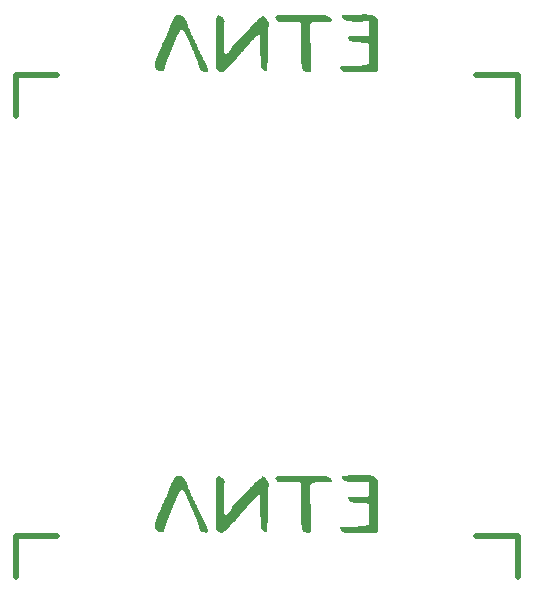
<source format=gbo>
G04*
G04 #@! TF.GenerationSoftware,Altium Limited,Altium Designer,21.3.2 (30)*
G04*
G04 Layer_Color=13875686*
%FSLAX43Y43*%
%MOMM*%
G71*
G04*
G04 #@! TF.SameCoordinates,034B25BC-4B64-4F1D-819B-79BBDF65C54F*
G04*
G04*
G04 #@! TF.FilePolarity,Positive*
G04*
G01*
G75*
%ADD51C,0.500*%
G36*
X38497Y78777D02*
X38556Y78762D01*
X38593Y78748D01*
X38600Y78740D01*
X38608D01*
X38667Y78703D01*
X38719Y78666D01*
X38756Y78637D01*
X38763Y78622D01*
X38771D01*
X38823Y78570D01*
X38860Y78518D01*
X38889Y78481D01*
X38897Y78474D01*
Y78466D01*
X38919Y78407D01*
X38934Y78355D01*
X38941Y78318D01*
Y78311D01*
Y78303D01*
Y78274D01*
X38934Y78251D01*
X38926Y78214D01*
X38911Y78192D01*
Y78177D01*
X38897Y78133D01*
X38889Y78103D01*
X38882Y78096D01*
Y78088D01*
Y75763D01*
X38941Y75511D01*
X38949D01*
X38956Y75504D01*
X38971D01*
X39045Y75518D01*
X39111Y75541D01*
X39156Y75563D01*
X39163Y75578D01*
X39171D01*
X39237Y75644D01*
X39297Y75704D01*
X39334Y75755D01*
X39341Y75763D01*
X39348Y75770D01*
X39408Y75852D01*
X39452Y75926D01*
X39467Y75955D01*
X39482Y75978D01*
X39489Y75992D01*
Y76000D01*
X39526Y76081D01*
X39548Y76148D01*
X39563Y76185D01*
X39571Y76200D01*
X40956Y77585D01*
X40978Y77629D01*
X41008Y77666D01*
X41067Y77755D01*
X41096Y77792D01*
X41126Y77822D01*
X41141Y77837D01*
X41148Y77844D01*
X41259Y77963D01*
X41311Y78014D01*
X41356Y78066D01*
X41400Y78103D01*
X41430Y78133D01*
X41452Y78155D01*
X41459Y78163D01*
X41585Y78274D01*
X41645Y78325D01*
X41696Y78363D01*
X41741Y78400D01*
X41778Y78429D01*
X41800Y78444D01*
X41807Y78451D01*
X41933Y78562D01*
X41993Y78614D01*
X42044Y78666D01*
X42089Y78711D01*
X42119Y78748D01*
X42141Y78770D01*
X42148Y78777D01*
X42222Y78755D01*
X42282Y78718D01*
X42341Y78681D01*
X42385Y78644D01*
X42422Y78607D01*
X42452Y78577D01*
X42467Y78555D01*
X42474Y78548D01*
X42563Y78414D01*
X42607Y78348D01*
X42637Y78281D01*
X42667Y78229D01*
X42689Y78185D01*
X42704Y78155D01*
X42711Y78148D01*
Y78133D01*
X42718Y78126D01*
Y78118D01*
Y78096D01*
Y78088D01*
X42711Y78029D01*
X42704Y77977D01*
X42696Y77940D01*
X42689Y77926D01*
X42659Y77874D01*
X42622Y77822D01*
X42593Y77785D01*
X42585Y77777D01*
Y77770D01*
Y77726D01*
Y77681D01*
Y77577D01*
X42593Y77533D01*
Y77496D01*
Y77466D01*
Y77459D01*
Y77296D01*
Y77214D01*
Y77140D01*
Y77074D01*
Y77022D01*
Y76992D01*
Y76977D01*
Y76422D01*
Y75866D01*
Y75770D01*
Y75681D01*
Y75600D01*
Y75526D01*
Y75467D01*
Y75422D01*
Y75392D01*
Y75385D01*
Y75311D01*
X42585Y75244D01*
Y75192D01*
Y75148D01*
Y75118D01*
Y75096D01*
Y75081D01*
Y75074D01*
Y75052D01*
Y75015D01*
X42578Y74948D01*
Y74918D01*
Y74889D01*
Y74874D01*
Y74867D01*
X42570Y74763D01*
Y74659D01*
X42563Y74622D01*
Y74593D01*
Y74570D01*
Y74563D01*
X42556Y74452D01*
X42548Y74356D01*
Y74318D01*
X42541Y74289D01*
Y74274D01*
Y74267D01*
X42533Y74215D01*
Y74178D01*
X42526Y74111D01*
Y74081D01*
Y74067D01*
X42333D01*
X42022Y74378D01*
Y74385D01*
Y74393D01*
X42015Y74430D01*
Y74459D01*
Y74467D01*
Y74474D01*
X42007Y74555D01*
Y74644D01*
X42000Y74681D01*
Y74711D01*
Y74726D01*
Y74733D01*
X41993Y74859D01*
Y74918D01*
Y74970D01*
Y75022D01*
Y75059D01*
Y75081D01*
Y75089D01*
X41985Y75237D01*
Y75304D01*
Y75363D01*
X41978Y75415D01*
Y75452D01*
Y75481D01*
Y75489D01*
X41970Y75637D01*
Y75704D01*
Y75763D01*
Y75815D01*
Y75852D01*
Y75874D01*
Y75881D01*
X41963Y76007D01*
Y76066D01*
Y76111D01*
X41956Y76148D01*
Y76178D01*
Y76192D01*
Y76200D01*
Y76326D01*
Y76548D01*
Y76770D01*
Y76896D01*
Y76911D01*
Y76926D01*
Y76940D01*
Y76948D01*
X41948Y76985D01*
X41941Y77022D01*
X41933Y77044D01*
Y77052D01*
X41919Y77089D01*
X41911Y77118D01*
X41896Y77140D01*
Y77148D01*
X41874Y77177D01*
X41852Y77192D01*
X41837Y77207D01*
X41830D01*
X41682Y77074D01*
X41541Y76933D01*
X41415Y76807D01*
X41304Y76689D01*
X41208Y76592D01*
X41133Y76511D01*
X41111Y76481D01*
X41089Y76459D01*
X41082Y76452D01*
X41074Y76444D01*
X40941Y76296D01*
X40808Y76155D01*
X40689Y76022D01*
X40585Y75896D01*
X40489Y75792D01*
X40422Y75711D01*
X40400Y75681D01*
X40378Y75659D01*
X40371Y75652D01*
X40363Y75644D01*
X40230Y75496D01*
X40104Y75348D01*
X39978Y75215D01*
X39874Y75096D01*
X39785Y74992D01*
X39711Y74911D01*
X39689Y74881D01*
X39667Y74859D01*
X39660Y74852D01*
X39652Y74844D01*
X39511Y74696D01*
X39378Y74555D01*
X39252Y74422D01*
X39134Y74304D01*
X39030Y74207D01*
X38949Y74133D01*
X38919Y74104D01*
X38897Y74081D01*
X38889Y74074D01*
X38882Y74067D01*
X38837Y74037D01*
X38808Y74015D01*
X38786Y74007D01*
X38652D01*
X38563Y74015D01*
X38489Y74044D01*
X38445Y74067D01*
X38437Y74074D01*
X38430D01*
X38371Y74133D01*
X38326Y74193D01*
X38297Y74237D01*
X38289Y74244D01*
Y74252D01*
X38252Y74333D01*
X38223Y74415D01*
X38215Y74444D01*
Y74467D01*
X38208Y74481D01*
Y74489D01*
X38193Y74578D01*
X38186Y74652D01*
Y74681D01*
Y74704D01*
Y74711D01*
Y74718D01*
Y74755D01*
Y74815D01*
Y74889D01*
Y75037D01*
X38193Y75096D01*
Y75148D01*
Y75185D01*
Y75200D01*
Y75437D01*
X38200Y75548D01*
Y75652D01*
Y75748D01*
X38208Y75815D01*
Y75844D01*
Y75866D01*
Y75874D01*
Y75881D01*
X38215Y76163D01*
Y76296D01*
Y76422D01*
X38223Y76526D01*
Y76600D01*
Y76637D01*
Y76659D01*
Y76666D01*
Y76674D01*
Y76829D01*
X38230Y76977D01*
Y77111D01*
Y77229D01*
X38237Y77326D01*
Y77400D01*
Y77429D01*
Y77451D01*
Y77459D01*
Y77466D01*
Y77607D01*
X38245Y77733D01*
Y77844D01*
Y77948D01*
X38252Y78029D01*
Y78088D01*
Y78126D01*
Y78140D01*
Y78244D01*
Y78340D01*
Y78414D01*
Y78481D01*
Y78533D01*
Y78562D01*
Y78585D01*
Y78592D01*
X38275Y78637D01*
X38297Y78681D01*
X38312Y78711D01*
X38319Y78718D01*
X38356Y78755D01*
X38393Y78777D01*
X38423Y78785D01*
X38437D01*
X38497Y78777D01*
D02*
G37*
G36*
X50925Y78874D02*
X50992D01*
X51051Y78866D01*
X51095D01*
X51132Y78859D01*
X51140D01*
X51303Y78837D01*
X51377Y78814D01*
X51444Y78799D01*
X51495Y78785D01*
X51532Y78770D01*
X51562Y78762D01*
X51569Y78755D01*
X51636Y78718D01*
X51703Y78674D01*
X51755Y78629D01*
X51799Y78585D01*
X51836Y78540D01*
X51866Y78503D01*
X51881Y78481D01*
X51888Y78474D01*
Y78422D01*
Y78363D01*
Y78244D01*
X51895Y78185D01*
Y78140D01*
Y78111D01*
Y78096D01*
Y78000D01*
X51903Y77896D01*
Y77800D01*
Y77711D01*
X51910Y77629D01*
Y77570D01*
Y77526D01*
Y77518D01*
Y77511D01*
X51918Y77266D01*
Y77148D01*
Y77044D01*
X51925Y76955D01*
Y76881D01*
Y76837D01*
Y76829D01*
Y76822D01*
Y76689D01*
X51932Y76563D01*
Y76452D01*
Y76348D01*
X51940Y76259D01*
Y76200D01*
Y76155D01*
Y76148D01*
Y76141D01*
Y76022D01*
Y75911D01*
Y75815D01*
Y75726D01*
X51947Y75652D01*
Y75600D01*
Y75570D01*
Y75555D01*
Y75467D01*
Y75385D01*
Y75318D01*
Y75267D01*
Y75222D01*
Y75192D01*
Y75178D01*
Y75170D01*
Y74667D01*
Y74600D01*
Y74541D01*
X51955Y74504D01*
Y74496D01*
Y74489D01*
Y74437D01*
Y74393D01*
Y74363D01*
Y74348D01*
Y74304D01*
X51947Y74259D01*
X51940Y74230D01*
Y74215D01*
X51925Y74163D01*
X51910Y74119D01*
X51895Y74089D01*
X51888Y74074D01*
X51873Y74044D01*
X51858Y74037D01*
Y74030D01*
X51836Y74015D01*
X51829Y74007D01*
X49118D01*
X49081Y74015D01*
X49036Y74030D01*
X49007Y74037D01*
X48999Y74044D01*
X48947Y74081D01*
X48910Y74111D01*
X48881Y74141D01*
X48873Y74148D01*
X48836Y74193D01*
X48799Y74237D01*
X48785Y74267D01*
X48777Y74274D01*
X48748Y74318D01*
X48740Y74356D01*
X48733Y74385D01*
Y74393D01*
Y74415D01*
X48740Y74430D01*
X48748Y74444D01*
Y74459D01*
X48792Y74467D01*
X48844D01*
X48947Y74474D01*
X48999Y74481D01*
X49073D01*
X49244Y74489D01*
X49562D01*
X49762Y74496D01*
X49859D01*
X49947Y74504D01*
X50021D01*
X50073Y74511D01*
X50125D01*
X50229Y74518D01*
X50333Y74526D01*
X50421Y74541D01*
X50495Y74548D01*
X50562Y74555D01*
X50607D01*
X50644Y74563D01*
X50651D01*
X50732Y74578D01*
X50814Y74585D01*
X50881Y74600D01*
X50932Y74615D01*
X50984Y74630D01*
X51014Y74637D01*
X51036Y74644D01*
X51044D01*
X51095Y74667D01*
X51132Y74689D01*
X51155Y74718D01*
X51169Y74741D01*
X51192Y74770D01*
Y74785D01*
Y76274D01*
X51184Y76318D01*
X51169Y76348D01*
X51125Y76400D01*
X51088Y76429D01*
X51073Y76437D01*
X51066D01*
X50955Y76466D01*
X50851Y76481D01*
X50807D01*
X50770Y76489D01*
X50740D01*
X50592Y76496D01*
X50518Y76503D01*
X50310D01*
X50221Y76511D01*
X50140D01*
X50073Y76518D01*
X50007Y76526D01*
X49955Y76533D01*
X49918D01*
X49888Y76540D01*
X49881D01*
X49747Y76578D01*
X49696Y76592D01*
X49644Y76615D01*
X49607Y76629D01*
X49577Y76644D01*
X49562Y76659D01*
X49555D01*
X49510Y76696D01*
X49481Y76740D01*
X49451Y76785D01*
X49436Y76829D01*
X49429Y76866D01*
X49422Y76896D01*
Y76918D01*
Y76926D01*
X49429Y76977D01*
X49444Y77007D01*
X49466Y77022D01*
X49473Y77029D01*
X49518Y77044D01*
X49570Y77052D01*
X51066D01*
X51073Y77059D01*
X51081Y77066D01*
X51088Y77074D01*
X51095D01*
X51125Y77111D01*
X51132Y77118D01*
X51140Y77140D01*
X51155Y77163D01*
X51162Y77177D01*
X51169Y77185D01*
X51184Y77214D01*
X51192Y77229D01*
Y77244D01*
Y78288D01*
X50125Y78251D01*
X49910D01*
X49866Y78259D01*
X49821D01*
X49755Y78274D01*
X49688Y78281D01*
X49636Y78288D01*
X49621D01*
X49540Y78303D01*
X49473Y78311D01*
X49444D01*
X49422Y78318D01*
X49407D01*
X49333Y78333D01*
X49281Y78340D01*
X49251Y78348D01*
X49244D01*
X49207Y78363D01*
X49162Y78377D01*
X49133Y78392D01*
X49125Y78400D01*
X49073Y78429D01*
X49029Y78459D01*
X48999Y78481D01*
X48992Y78488D01*
X48955Y78533D01*
X48918Y78570D01*
X48903Y78600D01*
X48896Y78607D01*
X48873Y78659D01*
X48866Y78696D01*
X48859Y78725D01*
Y78740D01*
Y78762D01*
X48866Y78777D01*
Y78792D01*
Y78799D01*
X48947Y78807D01*
X49029Y78814D01*
X49096Y78822D01*
X49155D01*
X49207Y78829D01*
X49273D01*
X49399Y78837D01*
X49459Y78844D01*
X49503D01*
X49547Y78851D01*
X49607D01*
X49718Y78859D01*
X49910D01*
X50029Y78866D01*
X50466D01*
X50533Y78874D01*
X50673D01*
X50844Y78881D01*
X50925Y78874D01*
D02*
G37*
G36*
X35082Y78829D02*
X35164Y78822D01*
X35230Y78807D01*
X35290Y78785D01*
X35334Y78762D01*
X35364Y78748D01*
X35386Y78740D01*
X35393Y78733D01*
X35490Y78651D01*
X35564Y78562D01*
X35586Y78525D01*
X35608Y78503D01*
X35616Y78481D01*
X35623Y78474D01*
X35682Y78363D01*
X35727Y78251D01*
X35741Y78207D01*
X35756Y78170D01*
X35764Y78148D01*
Y78140D01*
X35801Y78007D01*
X35823Y77948D01*
X35845Y77896D01*
X35860Y77851D01*
X35867Y77814D01*
X35882Y77792D01*
Y77785D01*
X35978Y77540D01*
X36023Y77429D01*
X36067Y77333D01*
X36104Y77244D01*
X36134Y77177D01*
X36156Y77133D01*
X36164Y77126D01*
Y77118D01*
X36223Y76992D01*
X36282Y76874D01*
X36341Y76755D01*
X36393Y76659D01*
X36438Y76570D01*
X36467Y76503D01*
X36490Y76459D01*
X36497Y76452D01*
Y76444D01*
X36564Y76318D01*
X36623Y76200D01*
X36675Y76081D01*
X36727Y75985D01*
X36771Y75896D01*
X36801Y75829D01*
X36823Y75785D01*
X36830Y75778D01*
Y75770D01*
X36889Y75644D01*
X36949Y75526D01*
X37001Y75407D01*
X37045Y75311D01*
X37082Y75222D01*
X37112Y75163D01*
X37126Y75118D01*
X37134Y75111D01*
Y75104D01*
X37171Y75030D01*
X37208Y74963D01*
X37223Y74933D01*
X37230Y74918D01*
X37245Y74904D01*
Y74896D01*
X37289Y74815D01*
X37334Y74733D01*
X37349Y74704D01*
X37363Y74681D01*
X37371Y74667D01*
Y74659D01*
X37415Y74570D01*
X37445Y74496D01*
X37460Y74459D01*
X37467Y74437D01*
X37475Y74422D01*
Y74415D01*
X37497Y74326D01*
X37512Y74259D01*
X37519Y74230D01*
Y74207D01*
Y74193D01*
Y74185D01*
Y74133D01*
X37512Y74096D01*
X37504Y74067D01*
Y74059D01*
X37497Y74044D01*
X37482Y74030D01*
X37438Y74015D01*
X37401Y74007D01*
X37386D01*
X37304Y74015D01*
X37238Y74022D01*
X37178Y74037D01*
X37126Y74052D01*
X37089Y74067D01*
X37060Y74074D01*
X37045Y74089D01*
X37038D01*
X36956Y74156D01*
X36897Y74230D01*
X36875Y74259D01*
X36860Y74281D01*
X36845Y74296D01*
Y74304D01*
X36801Y74407D01*
X36771Y74504D01*
X36756Y74541D01*
X36749Y74570D01*
X36741Y74593D01*
Y74600D01*
X36712Y74718D01*
X36697Y74778D01*
X36689Y74822D01*
X36675Y74867D01*
X36667Y74896D01*
X36660Y74918D01*
Y74926D01*
X36638Y74985D01*
X36615Y75037D01*
X36608Y75067D01*
X36601Y75081D01*
X36578Y75141D01*
X36556Y75192D01*
X36549Y75222D01*
X36541Y75237D01*
X36512Y75296D01*
X36475Y75370D01*
X36401Y75518D01*
X36371Y75585D01*
X36341Y75644D01*
X36327Y75681D01*
X36319Y75696D01*
X36267Y75822D01*
X36238Y75874D01*
X36215Y75926D01*
X36201Y75970D01*
X36186Y76007D01*
X36171Y76029D01*
Y76037D01*
X36112Y76178D01*
X36082Y76244D01*
X36053Y76303D01*
X36030Y76363D01*
X36015Y76400D01*
X36008Y76429D01*
X36001Y76437D01*
X35504Y77496D01*
X35312Y77674D01*
X35282Y77644D01*
X35253Y77607D01*
X35230Y77585D01*
X35223Y77570D01*
X35179Y77518D01*
X35141Y77459D01*
X35112Y77414D01*
X35104Y77407D01*
Y77400D01*
X35060Y77326D01*
X35023Y77252D01*
X35008Y77222D01*
X34993Y77200D01*
X34986Y77185D01*
Y77177D01*
X34942Y77089D01*
X34904Y77015D01*
X34890Y76985D01*
X34875Y76963D01*
X34867Y76948D01*
Y76940D01*
X34816Y76822D01*
X34793Y76770D01*
X34771Y76718D01*
X34756Y76681D01*
X34742Y76652D01*
X34734Y76629D01*
Y76622D01*
X34690Y76503D01*
X34645Y76407D01*
X34630Y76363D01*
X34616Y76333D01*
X34601Y76311D01*
Y76303D01*
X34579Y76237D01*
X34549Y76163D01*
X34534Y76133D01*
X34527Y76103D01*
X34519Y76089D01*
Y76081D01*
X34475Y75970D01*
X34423Y75859D01*
X34408Y75815D01*
X34393Y75778D01*
X34379Y75748D01*
Y75741D01*
X34349Y75666D01*
X34327Y75607D01*
X34297Y75548D01*
X34282Y75496D01*
X34268Y75459D01*
X34253Y75429D01*
X34245Y75415D01*
Y75407D01*
X34208Y75318D01*
X34179Y75252D01*
X34164Y75215D01*
X34156Y75200D01*
X34134Y75148D01*
X34112Y75104D01*
X34105Y75067D01*
X34097Y75059D01*
Y75052D01*
X34075Y74992D01*
X34053Y74941D01*
X34045Y74904D01*
X34038Y74896D01*
Y74889D01*
X34016Y74822D01*
X34001Y74770D01*
X33986Y74733D01*
Y74726D01*
Y74718D01*
X33964Y74659D01*
X33949Y74607D01*
X33934Y74570D01*
Y74563D01*
Y74555D01*
X33897Y74444D01*
X33882Y74393D01*
X33868Y74348D01*
X33853Y74311D01*
X33845Y74281D01*
X33838Y74267D01*
Y74259D01*
X33801Y74170D01*
X33771Y74111D01*
X33749Y74081D01*
X33742Y74067D01*
X33690D01*
X33668Y74059D01*
X33556D01*
X33468Y74067D01*
X33394Y74081D01*
X33327Y74096D01*
X33275Y74126D01*
X33231Y74148D01*
X33201Y74163D01*
X33186Y74178D01*
X33179Y74185D01*
X33134Y74237D01*
X33105Y74296D01*
X33075Y74356D01*
X33060Y74415D01*
X33053Y74467D01*
X33045Y74511D01*
Y74541D01*
Y74548D01*
Y74585D01*
X33053Y74630D01*
X33068Y74726D01*
X33075Y74770D01*
X33082Y74807D01*
X33090Y74830D01*
Y74837D01*
X33119Y74985D01*
X33142Y75052D01*
X33157Y75118D01*
X33171Y75170D01*
X33179Y75207D01*
X33194Y75237D01*
Y75244D01*
X33238Y75392D01*
X33260Y75459D01*
X33282Y75518D01*
X33305Y75563D01*
X33319Y75600D01*
X33327Y75622D01*
X33334Y75629D01*
X33364Y75689D01*
X33386Y75733D01*
X33416Y75770D01*
X33438Y75792D01*
X33460Y75815D01*
X33475Y75822D01*
X33482Y75829D01*
X33490D01*
X33497Y75866D01*
X33512Y75904D01*
X33519Y75933D01*
X33527Y75948D01*
X33542Y76015D01*
X33564Y76074D01*
X33571Y76118D01*
X33579Y76126D01*
Y76133D01*
X33601Y76207D01*
X33616Y76266D01*
X33631Y76303D01*
X33638Y76318D01*
X33660Y76378D01*
X33668Y76415D01*
X33682Y76437D01*
Y76444D01*
X33697Y76466D01*
X33712Y76503D01*
X33734Y76533D01*
X33742Y76548D01*
X33779Y76622D01*
X33808Y76681D01*
X33838Y76733D01*
X33845Y76740D01*
Y76748D01*
X33882Y76822D01*
X33912Y76881D01*
X33934Y76918D01*
X33942Y76933D01*
X33971Y76992D01*
X33986Y77029D01*
X33993Y77044D01*
Y77052D01*
X34031Y77133D01*
X34075Y77222D01*
X34090Y77259D01*
X34097Y77289D01*
X34112Y77311D01*
Y77318D01*
X34156Y77451D01*
X34179Y77511D01*
X34201Y77570D01*
X34216Y77622D01*
X34230Y77659D01*
X34245Y77681D01*
Y77689D01*
X34305Y77837D01*
X34327Y77903D01*
X34356Y77970D01*
X34379Y78022D01*
X34393Y78059D01*
X34401Y78088D01*
X34408Y78096D01*
X34475Y78244D01*
X34505Y78303D01*
X34534Y78363D01*
X34556Y78407D01*
X34579Y78437D01*
X34586Y78459D01*
X34593Y78466D01*
X34660Y78577D01*
X34690Y78622D01*
X34719Y78659D01*
X34749Y78688D01*
X34771Y78718D01*
X34779Y78725D01*
X34786Y78733D01*
X34823Y78770D01*
X34860Y78792D01*
X34927Y78822D01*
X34979Y78837D01*
X34993D01*
X35082Y78829D01*
D02*
G37*
G36*
X47399Y78807D02*
X47437Y78799D01*
X47459D01*
X47474Y78792D01*
X47481D01*
X47577Y78770D01*
X47659Y78748D01*
X47688Y78733D01*
X47711Y78725D01*
X47725Y78718D01*
X47733D01*
X47814Y78674D01*
X47881Y78629D01*
X47925Y78592D01*
X47933Y78585D01*
X47940Y78577D01*
X47970Y78548D01*
X47985Y78511D01*
X48014Y78444D01*
Y78414D01*
X48022Y78392D01*
Y78377D01*
Y78370D01*
Y78348D01*
Y78340D01*
Y78333D01*
X48014Y78311D01*
Y78303D01*
X47977Y78296D01*
X47962Y78288D01*
X47955D01*
X47918Y78281D01*
X47888Y78274D01*
X47866Y78266D01*
X47859D01*
X47822Y78259D01*
X47792D01*
X47770Y78251D01*
X47762D01*
X47733Y78244D01*
X46570D01*
X46511Y78237D01*
X46459Y78229D01*
X46414Y78222D01*
X46377Y78214D01*
X46355Y78200D01*
X46333Y78192D01*
X46318Y78185D01*
X46266Y78140D01*
X46229Y78096D01*
X46214Y78059D01*
X46207Y78051D01*
Y78044D01*
X46192Y77977D01*
X46185Y77911D01*
Y77888D01*
Y77866D01*
Y77851D01*
Y77844D01*
X46192Y77755D01*
Y77666D01*
Y77629D01*
Y77600D01*
Y77585D01*
Y77577D01*
Y77296D01*
X46200Y77022D01*
X46207Y76763D01*
Y76644D01*
Y76533D01*
X46214Y76429D01*
Y76340D01*
X46222Y76259D01*
Y76192D01*
X46229Y76133D01*
Y76096D01*
Y76066D01*
Y76059D01*
X46237Y75778D01*
X46244Y75511D01*
X46251Y75252D01*
Y75133D01*
Y75022D01*
X46259Y74918D01*
Y74830D01*
Y74748D01*
Y74681D01*
Y74622D01*
Y74585D01*
Y74555D01*
Y74548D01*
Y74133D01*
X46244Y74096D01*
X46222Y74074D01*
X46185Y74037D01*
X46155Y74022D01*
X46140Y74015D01*
X46074Y74007D01*
X46022Y74000D01*
X45903D01*
X45844Y74015D01*
X45800Y74022D01*
X45755Y74037D01*
X45726Y74052D01*
X45703Y74059D01*
X45689Y74074D01*
X45681D01*
X45614Y74133D01*
X45563Y74200D01*
X45548Y74230D01*
X45533Y74252D01*
X45526Y74267D01*
Y74274D01*
X45496Y74370D01*
X45474Y74459D01*
X45466Y74496D01*
X45459Y74526D01*
Y74541D01*
Y74548D01*
X45452Y74659D01*
X45444Y74748D01*
X45437Y74785D01*
Y74815D01*
Y74830D01*
Y74837D01*
X45377Y76570D01*
Y76607D01*
Y76652D01*
Y76681D01*
Y76696D01*
Y76763D01*
Y76829D01*
Y76874D01*
Y76881D01*
Y76889D01*
X45370Y76970D01*
Y77052D01*
Y77081D01*
Y77103D01*
Y77118D01*
Y77126D01*
Y77222D01*
Y77296D01*
Y77333D01*
Y77355D01*
Y77370D01*
Y77377D01*
Y77474D01*
Y77563D01*
Y77644D01*
Y77718D01*
X45377Y77777D01*
Y77822D01*
Y77851D01*
Y77859D01*
Y77940D01*
Y78007D01*
Y78059D01*
Y78103D01*
Y78140D01*
Y78163D01*
Y78170D01*
Y78177D01*
X45311Y78274D01*
X43489D01*
X43481Y78281D01*
X43467Y78288D01*
X43459Y78296D01*
X43452Y78303D01*
X43400Y78355D01*
X43385Y78377D01*
X43378Y78385D01*
X43348Y78422D01*
X43318Y78451D01*
X43304Y78474D01*
X43296Y78481D01*
X43274Y78518D01*
X43259Y78540D01*
X43244Y78555D01*
Y78562D01*
Y78577D01*
Y78592D01*
X43237Y78622D01*
Y78629D01*
X43244Y78659D01*
X43252Y78681D01*
X43267Y78696D01*
X43274Y78703D01*
X43333Y78748D01*
X43355Y78755D01*
X43363Y78762D01*
X43400Y78785D01*
X43437Y78792D01*
X43467Y78799D01*
X43474D01*
X43511Y78807D01*
X43533Y78814D01*
X47333D01*
X47399Y78807D01*
D02*
G37*
G36*
X38497Y39777D02*
X38556Y39762D01*
X38593Y39748D01*
X38600Y39740D01*
X38608D01*
X38667Y39703D01*
X38719Y39666D01*
X38756Y39637D01*
X38763Y39622D01*
X38771D01*
X38823Y39570D01*
X38860Y39518D01*
X38889Y39481D01*
X38897Y39474D01*
Y39466D01*
X38919Y39407D01*
X38934Y39355D01*
X38941Y39318D01*
Y39311D01*
Y39303D01*
Y39274D01*
X38934Y39251D01*
X38926Y39214D01*
X38911Y39192D01*
Y39177D01*
X38897Y39133D01*
X38889Y39103D01*
X38882Y39096D01*
Y39088D01*
Y36763D01*
X38941Y36511D01*
X38949D01*
X38956Y36504D01*
X38971D01*
X39045Y36518D01*
X39111Y36541D01*
X39156Y36563D01*
X39163Y36578D01*
X39171D01*
X39237Y36644D01*
X39297Y36704D01*
X39334Y36755D01*
X39341Y36763D01*
X39348Y36770D01*
X39408Y36852D01*
X39452Y36926D01*
X39467Y36955D01*
X39482Y36978D01*
X39489Y36992D01*
Y37000D01*
X39526Y37081D01*
X39548Y37148D01*
X39563Y37185D01*
X39571Y37200D01*
X40956Y38585D01*
X40978Y38629D01*
X41008Y38666D01*
X41067Y38755D01*
X41096Y38792D01*
X41126Y38822D01*
X41141Y38837D01*
X41148Y38844D01*
X41259Y38963D01*
X41311Y39014D01*
X41356Y39066D01*
X41400Y39103D01*
X41430Y39133D01*
X41452Y39155D01*
X41459Y39163D01*
X41585Y39274D01*
X41645Y39325D01*
X41696Y39363D01*
X41741Y39400D01*
X41778Y39429D01*
X41800Y39444D01*
X41807Y39451D01*
X41933Y39562D01*
X41993Y39614D01*
X42044Y39666D01*
X42089Y39711D01*
X42119Y39748D01*
X42141Y39770D01*
X42148Y39777D01*
X42222Y39755D01*
X42282Y39718D01*
X42341Y39681D01*
X42385Y39644D01*
X42422Y39607D01*
X42452Y39577D01*
X42467Y39555D01*
X42474Y39548D01*
X42563Y39414D01*
X42607Y39348D01*
X42637Y39281D01*
X42667Y39229D01*
X42689Y39185D01*
X42704Y39155D01*
X42711Y39148D01*
Y39133D01*
X42718Y39125D01*
Y39118D01*
Y39096D01*
Y39088D01*
X42711Y39029D01*
X42704Y38977D01*
X42696Y38940D01*
X42689Y38926D01*
X42659Y38874D01*
X42622Y38822D01*
X42593Y38785D01*
X42585Y38777D01*
Y38770D01*
Y38726D01*
Y38681D01*
Y38577D01*
X42593Y38533D01*
Y38496D01*
Y38466D01*
Y38459D01*
Y38296D01*
Y38214D01*
Y38140D01*
Y38074D01*
Y38022D01*
Y37992D01*
Y37977D01*
Y37422D01*
Y36866D01*
Y36770D01*
Y36681D01*
Y36600D01*
Y36526D01*
Y36467D01*
Y36422D01*
Y36392D01*
Y36385D01*
Y36311D01*
X42585Y36244D01*
Y36192D01*
Y36148D01*
Y36118D01*
Y36096D01*
Y36081D01*
Y36074D01*
Y36052D01*
Y36015D01*
X42578Y35948D01*
Y35918D01*
Y35889D01*
Y35874D01*
Y35867D01*
X42570Y35763D01*
Y35659D01*
X42563Y35622D01*
Y35593D01*
Y35570D01*
Y35563D01*
X42556Y35452D01*
X42548Y35356D01*
Y35318D01*
X42541Y35289D01*
Y35274D01*
Y35267D01*
X42533Y35215D01*
Y35178D01*
X42526Y35111D01*
Y35081D01*
Y35067D01*
X42333D01*
X42022Y35378D01*
Y35385D01*
Y35393D01*
X42015Y35430D01*
Y35459D01*
Y35467D01*
Y35474D01*
X42007Y35556D01*
Y35644D01*
X42000Y35681D01*
Y35711D01*
Y35726D01*
Y35733D01*
X41993Y35859D01*
Y35918D01*
Y35970D01*
Y36022D01*
Y36059D01*
Y36081D01*
Y36089D01*
X41985Y36237D01*
Y36304D01*
Y36363D01*
X41978Y36415D01*
Y36452D01*
Y36481D01*
Y36489D01*
X41970Y36637D01*
Y36704D01*
Y36763D01*
Y36815D01*
Y36852D01*
Y36874D01*
Y36881D01*
X41963Y37007D01*
Y37066D01*
Y37111D01*
X41956Y37148D01*
Y37178D01*
Y37192D01*
Y37200D01*
Y37326D01*
Y37548D01*
Y37770D01*
Y37896D01*
Y37911D01*
Y37926D01*
Y37940D01*
Y37948D01*
X41948Y37985D01*
X41941Y38022D01*
X41933Y38044D01*
Y38052D01*
X41919Y38089D01*
X41911Y38118D01*
X41896Y38140D01*
Y38148D01*
X41874Y38177D01*
X41852Y38192D01*
X41837Y38207D01*
X41830D01*
X41682Y38074D01*
X41541Y37933D01*
X41415Y37807D01*
X41304Y37689D01*
X41208Y37592D01*
X41133Y37511D01*
X41111Y37481D01*
X41089Y37459D01*
X41082Y37452D01*
X41074Y37444D01*
X40941Y37296D01*
X40808Y37155D01*
X40689Y37022D01*
X40585Y36896D01*
X40489Y36792D01*
X40422Y36711D01*
X40400Y36681D01*
X40378Y36659D01*
X40371Y36652D01*
X40363Y36644D01*
X40230Y36496D01*
X40104Y36348D01*
X39978Y36215D01*
X39874Y36096D01*
X39785Y35992D01*
X39711Y35911D01*
X39689Y35881D01*
X39667Y35859D01*
X39660Y35852D01*
X39652Y35844D01*
X39511Y35696D01*
X39378Y35556D01*
X39252Y35422D01*
X39134Y35304D01*
X39030Y35207D01*
X38949Y35133D01*
X38919Y35104D01*
X38897Y35081D01*
X38889Y35074D01*
X38882Y35067D01*
X38837Y35037D01*
X38808Y35015D01*
X38786Y35007D01*
X38652D01*
X38563Y35015D01*
X38489Y35044D01*
X38445Y35067D01*
X38437Y35074D01*
X38430D01*
X38371Y35133D01*
X38326Y35193D01*
X38297Y35237D01*
X38289Y35244D01*
Y35252D01*
X38252Y35333D01*
X38223Y35415D01*
X38215Y35444D01*
Y35467D01*
X38208Y35481D01*
Y35489D01*
X38193Y35578D01*
X38186Y35652D01*
Y35681D01*
Y35704D01*
Y35711D01*
Y35718D01*
Y35755D01*
Y35815D01*
Y35889D01*
Y36037D01*
X38193Y36096D01*
Y36148D01*
Y36185D01*
Y36200D01*
Y36437D01*
X38200Y36548D01*
Y36652D01*
Y36748D01*
X38208Y36815D01*
Y36844D01*
Y36866D01*
Y36874D01*
Y36881D01*
X38215Y37163D01*
Y37296D01*
Y37422D01*
X38223Y37526D01*
Y37600D01*
Y37637D01*
Y37659D01*
Y37666D01*
Y37674D01*
Y37829D01*
X38230Y37977D01*
Y38111D01*
Y38229D01*
X38237Y38326D01*
Y38400D01*
Y38429D01*
Y38451D01*
Y38459D01*
Y38466D01*
Y38607D01*
X38245Y38733D01*
Y38844D01*
Y38948D01*
X38252Y39029D01*
Y39088D01*
Y39125D01*
Y39140D01*
Y39244D01*
Y39340D01*
Y39414D01*
Y39481D01*
Y39533D01*
Y39562D01*
Y39585D01*
Y39592D01*
X38275Y39637D01*
X38297Y39681D01*
X38312Y39711D01*
X38319Y39718D01*
X38356Y39755D01*
X38393Y39777D01*
X38423Y39785D01*
X38437D01*
X38497Y39777D01*
D02*
G37*
G36*
X50925Y39874D02*
X50992D01*
X51051Y39866D01*
X51095D01*
X51132Y39859D01*
X51140D01*
X51303Y39837D01*
X51377Y39814D01*
X51444Y39799D01*
X51495Y39785D01*
X51532Y39770D01*
X51562Y39762D01*
X51569Y39755D01*
X51636Y39718D01*
X51703Y39674D01*
X51755Y39629D01*
X51799Y39585D01*
X51836Y39540D01*
X51866Y39503D01*
X51881Y39481D01*
X51888Y39474D01*
Y39422D01*
Y39363D01*
Y39244D01*
X51895Y39185D01*
Y39140D01*
Y39111D01*
Y39096D01*
Y39000D01*
X51903Y38896D01*
Y38800D01*
Y38711D01*
X51910Y38629D01*
Y38570D01*
Y38526D01*
Y38518D01*
Y38511D01*
X51918Y38266D01*
Y38148D01*
Y38044D01*
X51925Y37955D01*
Y37881D01*
Y37837D01*
Y37829D01*
Y37822D01*
Y37689D01*
X51932Y37563D01*
Y37452D01*
Y37348D01*
X51940Y37259D01*
Y37200D01*
Y37155D01*
Y37148D01*
Y37141D01*
Y37022D01*
Y36911D01*
Y36815D01*
Y36726D01*
X51947Y36652D01*
Y36600D01*
Y36570D01*
Y36555D01*
Y36467D01*
Y36385D01*
Y36318D01*
Y36267D01*
Y36222D01*
Y36192D01*
Y36178D01*
Y36170D01*
Y35667D01*
Y35600D01*
Y35541D01*
X51955Y35504D01*
Y35496D01*
Y35489D01*
Y35437D01*
Y35393D01*
Y35363D01*
Y35348D01*
Y35304D01*
X51947Y35259D01*
X51940Y35230D01*
Y35215D01*
X51925Y35163D01*
X51910Y35118D01*
X51895Y35089D01*
X51888Y35074D01*
X51873Y35044D01*
X51858Y35037D01*
Y35030D01*
X51836Y35015D01*
X51829Y35007D01*
X49118D01*
X49081Y35015D01*
X49036Y35030D01*
X49007Y35037D01*
X48999Y35044D01*
X48947Y35081D01*
X48910Y35111D01*
X48881Y35141D01*
X48873Y35148D01*
X48836Y35193D01*
X48799Y35237D01*
X48785Y35267D01*
X48777Y35274D01*
X48748Y35318D01*
X48740Y35356D01*
X48733Y35385D01*
Y35393D01*
Y35415D01*
X48740Y35430D01*
X48748Y35444D01*
Y35459D01*
X48792Y35467D01*
X48844D01*
X48947Y35474D01*
X48999Y35481D01*
X49073D01*
X49244Y35489D01*
X49562D01*
X49762Y35496D01*
X49859D01*
X49947Y35504D01*
X50021D01*
X50073Y35511D01*
X50125D01*
X50229Y35518D01*
X50333Y35526D01*
X50421Y35541D01*
X50495Y35548D01*
X50562Y35556D01*
X50607D01*
X50644Y35563D01*
X50651D01*
X50732Y35578D01*
X50814Y35585D01*
X50881Y35600D01*
X50932Y35615D01*
X50984Y35630D01*
X51014Y35637D01*
X51036Y35644D01*
X51044D01*
X51095Y35667D01*
X51132Y35689D01*
X51155Y35718D01*
X51169Y35741D01*
X51192Y35770D01*
Y35785D01*
Y37274D01*
X51184Y37318D01*
X51169Y37348D01*
X51125Y37400D01*
X51088Y37429D01*
X51073Y37437D01*
X51066D01*
X50955Y37466D01*
X50851Y37481D01*
X50807D01*
X50770Y37489D01*
X50740D01*
X50592Y37496D01*
X50518Y37503D01*
X50310D01*
X50221Y37511D01*
X50140D01*
X50073Y37518D01*
X50007Y37526D01*
X49955Y37533D01*
X49918D01*
X49888Y37540D01*
X49881D01*
X49747Y37578D01*
X49696Y37592D01*
X49644Y37615D01*
X49607Y37629D01*
X49577Y37644D01*
X49562Y37659D01*
X49555D01*
X49510Y37696D01*
X49481Y37740D01*
X49451Y37785D01*
X49436Y37829D01*
X49429Y37866D01*
X49422Y37896D01*
Y37918D01*
Y37926D01*
X49429Y37977D01*
X49444Y38007D01*
X49466Y38022D01*
X49473Y38029D01*
X49518Y38044D01*
X49570Y38052D01*
X51066D01*
X51073Y38059D01*
X51081Y38066D01*
X51088Y38074D01*
X51095D01*
X51125Y38111D01*
X51132Y38118D01*
X51140Y38140D01*
X51155Y38163D01*
X51162Y38177D01*
X51169Y38185D01*
X51184Y38214D01*
X51192Y38229D01*
Y38244D01*
Y39288D01*
X50125Y39251D01*
X49910D01*
X49866Y39259D01*
X49821D01*
X49755Y39274D01*
X49688Y39281D01*
X49636Y39288D01*
X49621D01*
X49540Y39303D01*
X49473Y39311D01*
X49444D01*
X49422Y39318D01*
X49407D01*
X49333Y39333D01*
X49281Y39340D01*
X49251Y39348D01*
X49244D01*
X49207Y39363D01*
X49162Y39377D01*
X49133Y39392D01*
X49125Y39400D01*
X49073Y39429D01*
X49029Y39459D01*
X48999Y39481D01*
X48992Y39488D01*
X48955Y39533D01*
X48918Y39570D01*
X48903Y39600D01*
X48896Y39607D01*
X48873Y39659D01*
X48866Y39696D01*
X48859Y39725D01*
Y39740D01*
Y39762D01*
X48866Y39777D01*
Y39792D01*
Y39799D01*
X48947Y39807D01*
X49029Y39814D01*
X49096Y39822D01*
X49155D01*
X49207Y39829D01*
X49273D01*
X49399Y39837D01*
X49459Y39844D01*
X49503D01*
X49547Y39851D01*
X49607D01*
X49718Y39859D01*
X49910D01*
X50029Y39866D01*
X50466D01*
X50533Y39874D01*
X50673D01*
X50844Y39881D01*
X50925Y39874D01*
D02*
G37*
G36*
X35082Y39829D02*
X35164Y39822D01*
X35230Y39807D01*
X35290Y39785D01*
X35334Y39762D01*
X35364Y39748D01*
X35386Y39740D01*
X35393Y39733D01*
X35490Y39651D01*
X35564Y39562D01*
X35586Y39525D01*
X35608Y39503D01*
X35616Y39481D01*
X35623Y39474D01*
X35682Y39363D01*
X35727Y39251D01*
X35741Y39207D01*
X35756Y39170D01*
X35764Y39148D01*
Y39140D01*
X35801Y39007D01*
X35823Y38948D01*
X35845Y38896D01*
X35860Y38851D01*
X35867Y38814D01*
X35882Y38792D01*
Y38785D01*
X35978Y38540D01*
X36023Y38429D01*
X36067Y38333D01*
X36104Y38244D01*
X36134Y38177D01*
X36156Y38133D01*
X36164Y38126D01*
Y38118D01*
X36223Y37992D01*
X36282Y37874D01*
X36341Y37755D01*
X36393Y37659D01*
X36438Y37570D01*
X36467Y37503D01*
X36490Y37459D01*
X36497Y37452D01*
Y37444D01*
X36564Y37318D01*
X36623Y37200D01*
X36675Y37081D01*
X36727Y36985D01*
X36771Y36896D01*
X36801Y36829D01*
X36823Y36785D01*
X36830Y36778D01*
Y36770D01*
X36889Y36644D01*
X36949Y36526D01*
X37001Y36407D01*
X37045Y36311D01*
X37082Y36222D01*
X37112Y36163D01*
X37126Y36118D01*
X37134Y36111D01*
Y36104D01*
X37171Y36030D01*
X37208Y35963D01*
X37223Y35933D01*
X37230Y35918D01*
X37245Y35904D01*
Y35896D01*
X37289Y35815D01*
X37334Y35733D01*
X37349Y35704D01*
X37363Y35681D01*
X37371Y35667D01*
Y35659D01*
X37415Y35570D01*
X37445Y35496D01*
X37460Y35459D01*
X37467Y35437D01*
X37475Y35422D01*
Y35415D01*
X37497Y35326D01*
X37512Y35259D01*
X37519Y35230D01*
Y35207D01*
Y35193D01*
Y35185D01*
Y35133D01*
X37512Y35096D01*
X37504Y35067D01*
Y35059D01*
X37497Y35044D01*
X37482Y35030D01*
X37438Y35015D01*
X37401Y35007D01*
X37386D01*
X37304Y35015D01*
X37238Y35022D01*
X37178Y35037D01*
X37126Y35052D01*
X37089Y35067D01*
X37060Y35074D01*
X37045Y35089D01*
X37038D01*
X36956Y35156D01*
X36897Y35230D01*
X36875Y35259D01*
X36860Y35281D01*
X36845Y35296D01*
Y35304D01*
X36801Y35407D01*
X36771Y35504D01*
X36756Y35541D01*
X36749Y35570D01*
X36741Y35593D01*
Y35600D01*
X36712Y35718D01*
X36697Y35778D01*
X36689Y35822D01*
X36675Y35867D01*
X36667Y35896D01*
X36660Y35918D01*
Y35926D01*
X36638Y35985D01*
X36615Y36037D01*
X36608Y36067D01*
X36601Y36081D01*
X36578Y36141D01*
X36556Y36192D01*
X36549Y36222D01*
X36541Y36237D01*
X36512Y36296D01*
X36475Y36370D01*
X36401Y36518D01*
X36371Y36585D01*
X36341Y36644D01*
X36327Y36681D01*
X36319Y36696D01*
X36267Y36822D01*
X36238Y36874D01*
X36215Y36926D01*
X36201Y36970D01*
X36186Y37007D01*
X36171Y37029D01*
Y37037D01*
X36112Y37178D01*
X36082Y37244D01*
X36053Y37303D01*
X36030Y37363D01*
X36015Y37400D01*
X36008Y37429D01*
X36001Y37437D01*
X35504Y38496D01*
X35312Y38674D01*
X35282Y38644D01*
X35253Y38607D01*
X35230Y38585D01*
X35223Y38570D01*
X35179Y38518D01*
X35141Y38459D01*
X35112Y38414D01*
X35104Y38407D01*
Y38400D01*
X35060Y38326D01*
X35023Y38252D01*
X35008Y38222D01*
X34993Y38200D01*
X34986Y38185D01*
Y38177D01*
X34942Y38089D01*
X34904Y38014D01*
X34890Y37985D01*
X34875Y37963D01*
X34867Y37948D01*
Y37940D01*
X34816Y37822D01*
X34793Y37770D01*
X34771Y37718D01*
X34756Y37681D01*
X34742Y37652D01*
X34734Y37629D01*
Y37622D01*
X34690Y37503D01*
X34645Y37407D01*
X34630Y37363D01*
X34616Y37333D01*
X34601Y37311D01*
Y37303D01*
X34579Y37237D01*
X34549Y37163D01*
X34534Y37133D01*
X34527Y37103D01*
X34519Y37089D01*
Y37081D01*
X34475Y36970D01*
X34423Y36859D01*
X34408Y36815D01*
X34393Y36778D01*
X34379Y36748D01*
Y36741D01*
X34349Y36666D01*
X34327Y36607D01*
X34297Y36548D01*
X34282Y36496D01*
X34268Y36459D01*
X34253Y36429D01*
X34245Y36415D01*
Y36407D01*
X34208Y36318D01*
X34179Y36252D01*
X34164Y36215D01*
X34156Y36200D01*
X34134Y36148D01*
X34112Y36104D01*
X34105Y36067D01*
X34097Y36059D01*
Y36052D01*
X34075Y35992D01*
X34053Y35941D01*
X34045Y35904D01*
X34038Y35896D01*
Y35889D01*
X34016Y35822D01*
X34001Y35770D01*
X33986Y35733D01*
Y35726D01*
Y35718D01*
X33964Y35659D01*
X33949Y35607D01*
X33934Y35570D01*
Y35563D01*
Y35556D01*
X33897Y35444D01*
X33882Y35393D01*
X33868Y35348D01*
X33853Y35311D01*
X33845Y35281D01*
X33838Y35267D01*
Y35259D01*
X33801Y35170D01*
X33771Y35111D01*
X33749Y35081D01*
X33742Y35067D01*
X33690D01*
X33668Y35059D01*
X33556D01*
X33468Y35067D01*
X33394Y35081D01*
X33327Y35096D01*
X33275Y35126D01*
X33231Y35148D01*
X33201Y35163D01*
X33186Y35178D01*
X33179Y35185D01*
X33134Y35237D01*
X33105Y35296D01*
X33075Y35356D01*
X33060Y35415D01*
X33053Y35467D01*
X33045Y35511D01*
Y35541D01*
Y35548D01*
Y35585D01*
X33053Y35630D01*
X33068Y35726D01*
X33075Y35770D01*
X33082Y35807D01*
X33090Y35830D01*
Y35837D01*
X33119Y35985D01*
X33142Y36052D01*
X33157Y36118D01*
X33171Y36170D01*
X33179Y36207D01*
X33194Y36237D01*
Y36244D01*
X33238Y36392D01*
X33260Y36459D01*
X33282Y36518D01*
X33305Y36563D01*
X33319Y36600D01*
X33327Y36622D01*
X33334Y36629D01*
X33364Y36689D01*
X33386Y36733D01*
X33416Y36770D01*
X33438Y36792D01*
X33460Y36815D01*
X33475Y36822D01*
X33482Y36829D01*
X33490D01*
X33497Y36866D01*
X33512Y36904D01*
X33519Y36933D01*
X33527Y36948D01*
X33542Y37015D01*
X33564Y37074D01*
X33571Y37118D01*
X33579Y37126D01*
Y37133D01*
X33601Y37207D01*
X33616Y37266D01*
X33631Y37303D01*
X33638Y37318D01*
X33660Y37378D01*
X33668Y37415D01*
X33682Y37437D01*
Y37444D01*
X33697Y37466D01*
X33712Y37503D01*
X33734Y37533D01*
X33742Y37548D01*
X33779Y37622D01*
X33808Y37681D01*
X33838Y37733D01*
X33845Y37740D01*
Y37748D01*
X33882Y37822D01*
X33912Y37881D01*
X33934Y37918D01*
X33942Y37933D01*
X33971Y37992D01*
X33986Y38029D01*
X33993Y38044D01*
Y38052D01*
X34031Y38133D01*
X34075Y38222D01*
X34090Y38259D01*
X34097Y38289D01*
X34112Y38311D01*
Y38318D01*
X34156Y38451D01*
X34179Y38511D01*
X34201Y38570D01*
X34216Y38622D01*
X34230Y38659D01*
X34245Y38681D01*
Y38689D01*
X34305Y38837D01*
X34327Y38903D01*
X34356Y38970D01*
X34379Y39022D01*
X34393Y39059D01*
X34401Y39088D01*
X34408Y39096D01*
X34475Y39244D01*
X34505Y39303D01*
X34534Y39363D01*
X34556Y39407D01*
X34579Y39437D01*
X34586Y39459D01*
X34593Y39466D01*
X34660Y39577D01*
X34690Y39622D01*
X34719Y39659D01*
X34749Y39688D01*
X34771Y39718D01*
X34779Y39725D01*
X34786Y39733D01*
X34823Y39770D01*
X34860Y39792D01*
X34927Y39822D01*
X34979Y39837D01*
X34993D01*
X35082Y39829D01*
D02*
G37*
G36*
X47399Y39807D02*
X47437Y39799D01*
X47459D01*
X47474Y39792D01*
X47481D01*
X47577Y39770D01*
X47659Y39748D01*
X47688Y39733D01*
X47711Y39725D01*
X47725Y39718D01*
X47733D01*
X47814Y39674D01*
X47881Y39629D01*
X47925Y39592D01*
X47933Y39585D01*
X47940Y39577D01*
X47970Y39548D01*
X47985Y39511D01*
X48014Y39444D01*
Y39414D01*
X48022Y39392D01*
Y39377D01*
Y39370D01*
Y39348D01*
Y39340D01*
Y39333D01*
X48014Y39311D01*
Y39303D01*
X47977Y39296D01*
X47962Y39288D01*
X47955D01*
X47918Y39281D01*
X47888Y39274D01*
X47866Y39266D01*
X47859D01*
X47822Y39259D01*
X47792D01*
X47770Y39251D01*
X47762D01*
X47733Y39244D01*
X46570D01*
X46511Y39237D01*
X46459Y39229D01*
X46414Y39222D01*
X46377Y39214D01*
X46355Y39200D01*
X46333Y39192D01*
X46318Y39185D01*
X46266Y39140D01*
X46229Y39096D01*
X46214Y39059D01*
X46207Y39051D01*
Y39044D01*
X46192Y38977D01*
X46185Y38911D01*
Y38888D01*
Y38866D01*
Y38851D01*
Y38844D01*
X46192Y38755D01*
Y38666D01*
Y38629D01*
Y38600D01*
Y38585D01*
Y38577D01*
Y38296D01*
X46200Y38022D01*
X46207Y37763D01*
Y37644D01*
Y37533D01*
X46214Y37429D01*
Y37340D01*
X46222Y37259D01*
Y37192D01*
X46229Y37133D01*
Y37096D01*
Y37066D01*
Y37059D01*
X46237Y36778D01*
X46244Y36511D01*
X46251Y36252D01*
Y36133D01*
Y36022D01*
X46259Y35918D01*
Y35830D01*
Y35748D01*
Y35681D01*
Y35622D01*
Y35585D01*
Y35556D01*
Y35548D01*
Y35133D01*
X46244Y35096D01*
X46222Y35074D01*
X46185Y35037D01*
X46155Y35022D01*
X46140Y35015D01*
X46074Y35007D01*
X46022Y35000D01*
X45903D01*
X45844Y35015D01*
X45800Y35022D01*
X45755Y35037D01*
X45726Y35052D01*
X45703Y35059D01*
X45689Y35074D01*
X45681D01*
X45614Y35133D01*
X45563Y35200D01*
X45548Y35230D01*
X45533Y35252D01*
X45526Y35267D01*
Y35274D01*
X45496Y35370D01*
X45474Y35459D01*
X45466Y35496D01*
X45459Y35526D01*
Y35541D01*
Y35548D01*
X45452Y35659D01*
X45444Y35748D01*
X45437Y35785D01*
Y35815D01*
Y35830D01*
Y35837D01*
X45377Y37570D01*
Y37607D01*
Y37652D01*
Y37681D01*
Y37696D01*
Y37763D01*
Y37829D01*
Y37874D01*
Y37881D01*
Y37889D01*
X45370Y37970D01*
Y38052D01*
Y38081D01*
Y38103D01*
Y38118D01*
Y38126D01*
Y38222D01*
Y38296D01*
Y38333D01*
Y38355D01*
Y38370D01*
Y38377D01*
Y38474D01*
Y38563D01*
Y38644D01*
Y38718D01*
X45377Y38777D01*
Y38822D01*
Y38851D01*
Y38859D01*
Y38940D01*
Y39007D01*
Y39059D01*
Y39103D01*
Y39140D01*
Y39163D01*
Y39170D01*
Y39177D01*
X45311Y39274D01*
X43489D01*
X43481Y39281D01*
X43467Y39288D01*
X43459Y39296D01*
X43452Y39303D01*
X43400Y39355D01*
X43385Y39377D01*
X43378Y39385D01*
X43348Y39422D01*
X43318Y39451D01*
X43304Y39474D01*
X43296Y39481D01*
X43274Y39518D01*
X43259Y39540D01*
X43244Y39555D01*
Y39562D01*
Y39577D01*
Y39592D01*
X43237Y39622D01*
Y39629D01*
X43244Y39659D01*
X43252Y39681D01*
X43267Y39696D01*
X43274Y39703D01*
X43333Y39748D01*
X43355Y39755D01*
X43363Y39762D01*
X43400Y39785D01*
X43437Y39792D01*
X43467Y39799D01*
X43474D01*
X43511Y39807D01*
X43533Y39814D01*
X47333D01*
X47399Y39807D01*
D02*
G37*
D51*
X63750Y31250D02*
Y34750D01*
X60250D02*
X63750D01*
X21250Y31250D02*
Y34750D01*
X24750D01*
X63750Y70250D02*
Y73750D01*
X60250D02*
X63750D01*
X21250Y70250D02*
Y73750D01*
X24750D01*
M02*

</source>
